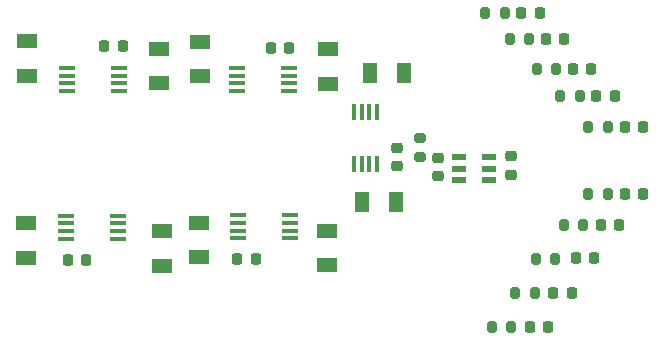
<source format=gtp>
%TF.GenerationSoftware,KiCad,Pcbnew,8.0.1*%
%TF.CreationDate,2024-09-25T00:59:11+02:00*%
%TF.ProjectId,speckle_amp_pcb_rev1,73706563-6b6c-4655-9f61-6d705f706362,rev?*%
%TF.SameCoordinates,Original*%
%TF.FileFunction,Paste,Top*%
%TF.FilePolarity,Positive*%
%FSLAX46Y46*%
G04 Gerber Fmt 4.6, Leading zero omitted, Abs format (unit mm)*
G04 Created by KiCad (PCBNEW 8.0.1) date 2024-09-25 00:59:11*
%MOMM*%
%LPD*%
G01*
G04 APERTURE LIST*
G04 Aperture macros list*
%AMRoundRect*
0 Rectangle with rounded corners*
0 $1 Rounding radius*
0 $2 $3 $4 $5 $6 $7 $8 $9 X,Y pos of 4 corners*
0 Add a 4 corners polygon primitive as box body*
4,1,4,$2,$3,$4,$5,$6,$7,$8,$9,$2,$3,0*
0 Add four circle primitives for the rounded corners*
1,1,$1+$1,$2,$3*
1,1,$1+$1,$4,$5*
1,1,$1+$1,$6,$7*
1,1,$1+$1,$8,$9*
0 Add four rect primitives between the rounded corners*
20,1,$1+$1,$2,$3,$4,$5,0*
20,1,$1+$1,$4,$5,$6,$7,0*
20,1,$1+$1,$6,$7,$8,$9,0*
20,1,$1+$1,$8,$9,$2,$3,0*%
G04 Aperture macros list end*
%ADD10R,1.800000X1.150000*%
%ADD11R,1.400000X0.450000*%
%ADD12RoundRect,0.225000X-0.225000X-0.250000X0.225000X-0.250000X0.225000X0.250000X-0.225000X0.250000X0*%
%ADD13RoundRect,0.200000X-0.200000X-0.275000X0.200000X-0.275000X0.200000X0.275000X-0.200000X0.275000X0*%
%ADD14RoundRect,0.225000X-0.250000X0.225000X-0.250000X-0.225000X0.250000X-0.225000X0.250000X0.225000X0*%
%ADD15R,1.150000X1.800000*%
%ADD16RoundRect,0.200000X0.275000X-0.200000X0.275000X0.200000X-0.275000X0.200000X-0.275000X-0.200000X0*%
%ADD17RoundRect,0.225000X0.225000X0.250000X-0.225000X0.250000X-0.225000X-0.250000X0.225000X-0.250000X0*%
%ADD18RoundRect,0.225000X0.250000X-0.225000X0.250000X0.225000X-0.250000X0.225000X-0.250000X-0.225000X0*%
%ADD19R,1.150000X0.600000*%
%ADD20R,0.450000X1.400000*%
G04 APERTURE END LIST*
D10*
%TO.C,R1*%
X165153800Y-95832800D03*
X165153800Y-98732800D03*
%TD*%
D11*
%TO.C,IC3*%
X161669800Y-111889600D03*
X161669800Y-111239600D03*
X161669800Y-110589600D03*
X161669800Y-109939600D03*
X157269800Y-109939600D03*
X157269800Y-110589600D03*
X157269800Y-111239600D03*
X157269800Y-111889600D03*
%TD*%
D12*
%TO.C,C19*%
X204525000Y-102425000D03*
X206075000Y-102425000D03*
%TD*%
D13*
%TO.C,R17*%
X195275000Y-116500000D03*
X196925000Y-116500000D03*
%TD*%
D14*
%TO.C,C2*%
X188775000Y-105025000D03*
X188775000Y-106575000D03*
%TD*%
D11*
%TO.C,IC1*%
X157286000Y-97422000D03*
X157286000Y-98072000D03*
X157286000Y-98722000D03*
X157286000Y-99372000D03*
X161686000Y-99372000D03*
X161686000Y-98722000D03*
X161686000Y-98072000D03*
X161686000Y-97422000D03*
%TD*%
D10*
%TO.C,R11*%
X179420000Y-95850000D03*
X179420000Y-98750000D03*
%TD*%
D12*
%TO.C,C17*%
X200125000Y-97475000D03*
X201675000Y-97475000D03*
%TD*%
D15*
%TO.C,R22*%
X182300000Y-108733800D03*
X185200000Y-108733800D03*
%TD*%
D12*
%TO.C,C16*%
X196525000Y-119375000D03*
X198075000Y-119375000D03*
%TD*%
D11*
%TO.C,IC4*%
X171745400Y-97437600D03*
X171745400Y-98087600D03*
X171745400Y-98737600D03*
X171745400Y-99387600D03*
X176145400Y-99387600D03*
X176145400Y-98737600D03*
X176145400Y-98087600D03*
X176145400Y-97437600D03*
%TD*%
D10*
%TO.C,R5*%
X153901600Y-95172400D03*
X153901600Y-98072400D03*
%TD*%
%TO.C,R8*%
X165350000Y-114150000D03*
X165350000Y-111250000D03*
%TD*%
D12*
%TO.C,C21*%
X204575000Y-108075000D03*
X206125000Y-108075000D03*
%TD*%
%TO.C,C13*%
X202500000Y-110700000D03*
X204050000Y-110700000D03*
%TD*%
D16*
%TO.C,R4*%
X187200000Y-104975000D03*
X187200000Y-103325000D03*
%TD*%
D17*
%TO.C,C22*%
X162025000Y-95600000D03*
X160475000Y-95600000D03*
%TD*%
D12*
%TO.C,C12*%
X197850000Y-95000000D03*
X199400000Y-95000000D03*
%TD*%
%TO.C,C24*%
X157375000Y-113650000D03*
X158925000Y-113650000D03*
%TD*%
D13*
%TO.C,R21*%
X201450000Y-102425000D03*
X203100000Y-102425000D03*
%TD*%
D12*
%TO.C,C23*%
X171750000Y-113600000D03*
X173300000Y-113600000D03*
%TD*%
D13*
%TO.C,R15*%
X199400000Y-110700000D03*
X201050000Y-110700000D03*
%TD*%
%TO.C,R14*%
X194800000Y-95000000D03*
X196450000Y-95000000D03*
%TD*%
D12*
%TO.C,C18*%
X202150000Y-99825000D03*
X203700000Y-99825000D03*
%TD*%
%TO.C,C11*%
X195800000Y-92775000D03*
X197350000Y-92775000D03*
%TD*%
D13*
%TO.C,R24*%
X201475000Y-108075000D03*
X203125000Y-108075000D03*
%TD*%
%TO.C,R19*%
X197100000Y-97475000D03*
X198750000Y-97475000D03*
%TD*%
%TO.C,R16*%
X197025000Y-113575000D03*
X198675000Y-113575000D03*
%TD*%
D10*
%TO.C,R10*%
X168590000Y-95190000D03*
X168590000Y-98090000D03*
%TD*%
D18*
%TO.C,C26*%
X185250000Y-105725000D03*
X185250000Y-104175000D03*
%TD*%
D10*
%TO.C,R6*%
X179350000Y-114100000D03*
X179350000Y-111200000D03*
%TD*%
D14*
%TO.C,C1*%
X194925000Y-104900000D03*
X194925000Y-106450000D03*
%TD*%
D10*
%TO.C,R9*%
X153890000Y-113490000D03*
X153890000Y-110590000D03*
%TD*%
D13*
%TO.C,R20*%
X199100000Y-99825000D03*
X200750000Y-99825000D03*
%TD*%
%TO.C,R13*%
X192725000Y-92775000D03*
X194375000Y-92775000D03*
%TD*%
%TO.C,R18*%
X193300000Y-119375000D03*
X194950000Y-119375000D03*
%TD*%
D15*
%TO.C,R12*%
X185850000Y-97850000D03*
X182950000Y-97850000D03*
%TD*%
D19*
%TO.C,IC6*%
X193050000Y-106900000D03*
X193050000Y-105950000D03*
X193050000Y-105000000D03*
X190550000Y-105000000D03*
X190550000Y-105950000D03*
X190550000Y-106900000D03*
%TD*%
D17*
%TO.C,C25*%
X176150000Y-95725000D03*
X174600000Y-95725000D03*
%TD*%
D12*
%TO.C,C15*%
X198500000Y-116500000D03*
X200050000Y-116500000D03*
%TD*%
D11*
%TO.C,IC2*%
X176193000Y-111844600D03*
X176193000Y-111194600D03*
X176193000Y-110544600D03*
X176193000Y-109894600D03*
X171793000Y-109894600D03*
X171793000Y-110544600D03*
X171793000Y-111194600D03*
X171793000Y-111844600D03*
%TD*%
D10*
%TO.C,R7*%
X168481200Y-113450000D03*
X168481200Y-110550000D03*
%TD*%
D20*
%TO.C,IC5*%
X183578400Y-101113000D03*
X182928400Y-101113000D03*
X182278400Y-101113000D03*
X181628400Y-101113000D03*
X181628400Y-105513000D03*
X182278400Y-105513000D03*
X182928400Y-105513000D03*
X183578400Y-105513000D03*
%TD*%
D12*
%TO.C,C14*%
X200425000Y-113525000D03*
X201975000Y-113525000D03*
%TD*%
M02*

</source>
